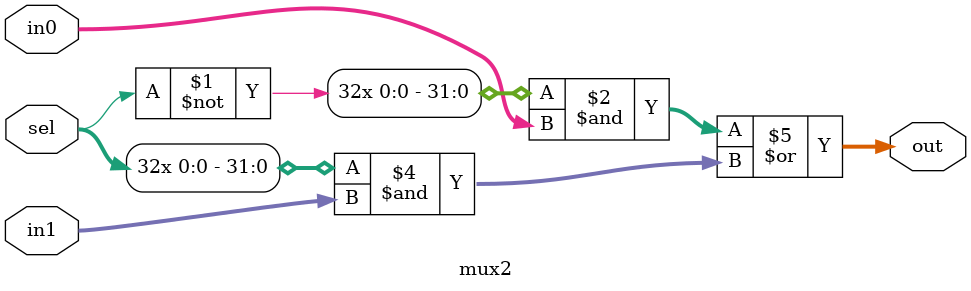
<source format=v>
`timescale 1ns / 1ps


module mux2
#( parameter WIDTH = 32 )
(
    input wire [WIDTH - 1 : 0] in0, in1,
    input wire [0 : 0] sel,
    output wire [WIDTH - 1 : 0] out
);

assign out = ( { WIDTH{sel == 1'd0}} & in0 )
                    |   ( { WIDTH{sel == 1'd1}} & in1 );
endmodule
</source>
